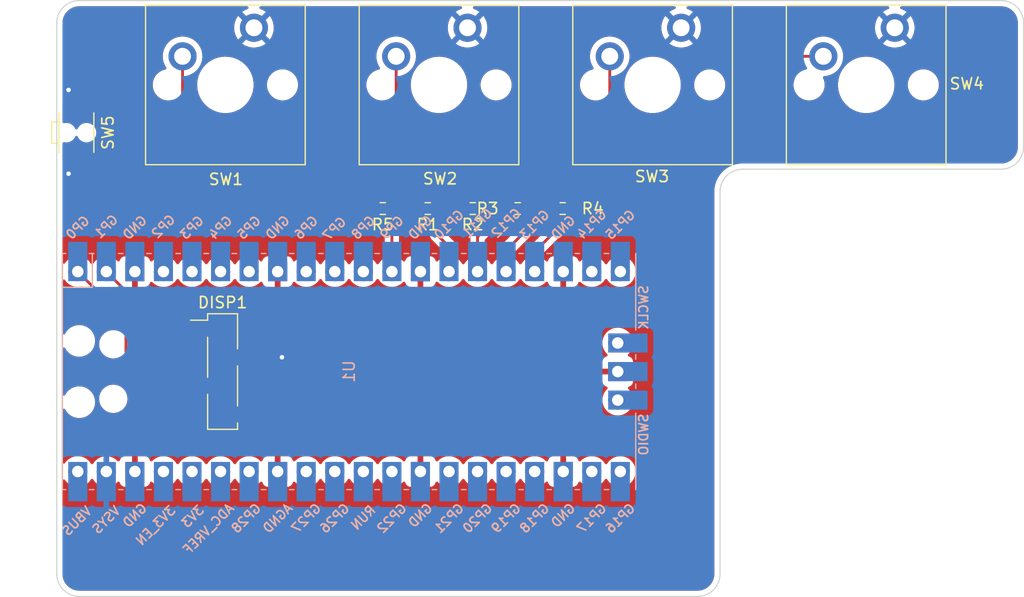
<source format=kicad_pcb>
(kicad_pcb (version 20211014) (generator pcbnew)
  (layers (0 "F.Cu" signal) (31 "B.Cu" signal) (34 "B.Paste" user) (35 "F.Paste" user) (36 "B.SilkS" user "B.Silkscreen") (37 "F.SilkS" user "F.Silkscreen") (38 "B.Mask" user) (39 "F.Mask" user) (44 "Edge.Cuts" user))
  (net 0 "")
  (net 1 "GND")
  (net 2 "+5V")
  (net 3 "/i2c0_sck")
  (net 4 "/i2c0_sda")
  (net 5 "/switch_1")
  (net 6 "/switch_2")
  (net 7 "/switch_3")
  (net 8 "/switch_4")
  (net 9 "/switch_config")
  (footprint "Resistor_SMD:R_0603_1608Metric" (layer "F.Cu") (at 137 65.5 180)
    (fp_text reference "R2" (at 0 -1.43) (layer "F.SilkS"))
    (fp_text value "4.7K")
    (fp_line (start -0.237258 0.5225) (end 0.237258 0.5225) (layer "F.SilkS") (width 0.12))
    (fp_line (start -0.237258 -0.5225) (end 0.237258 -0.5225) (layer "F.SilkS") (width 0.12))
    (pad "1" smd roundrect (at -0.825 0 180) (size 0.8 0.95) (layers "F.Cu" "F.Paste" "F.Mask") (net 6 "/switch_2"))
    (pad "2" smd roundrect (at 0.825 0 180) (size 0.8 0.95) (layers "F.Cu" "F.Paste" "F.Mask") (net 1 "GND"))
  )
  (footprint "Resistor_SMD:R_0603_1608Metric" (layer "F.Cu") (at 145 65.5)
    (fp_text reference "R4" (at 2.675 0) (layer "F.SilkS"))
    (fp_text value "4.7K")
    (fp_line (start -0.237258 0.5225) (end 0.237258 0.5225) (layer "F.SilkS") (width 0.12))
    (fp_line (start -0.237258 -0.5225) (end 0.237258 -0.5225) (layer "F.SilkS") (width 0.12))
    (pad "1" smd roundrect (at -0.825 0) (size 0.8 0.95) (layers "F.Cu" "F.Paste" "F.Mask") (net 8 "/switch_4"))
    (pad "2" smd roundrect (at 0.825 0) (size 0.8 0.95) (layers "F.Cu" "F.Paste" "F.Mask") (net 1 "GND"))
  )
  (footprint "Switch_Keyboard_Cherry_MX:SW_Cherry_MX_PCB" (layer "F.Cu") (at 134 54.5)
    (fp_text reference "SW2" (at 0.1 8.35) (layer "F.SilkS"))
    (fp_text value "CHERRY_MX")
    (fp_line (start 7.1 -7.1) (end -7.1 -7.1) (layer "F.SilkS") (width 0.12))
    (fp_line (start 7.1 7.1) (end 7.1 -7.1) (layer "F.SilkS") (width 0.12))
    (fp_line (start -7.1 -7.1) (end -7.1 7.1) (layer "F.SilkS") (width 0.12))
    (fp_line (start -7.1 7.1) (end 7.1 7.1) (layer "F.SilkS") (width 0.12))
    (pad "" np_thru_hole circle locked (at -5.08 0) (size 1.75 1.75) (drill 1.75) (layers *.Cu *.Mask))
    (pad "" np_thru_hole circle locked (at 0 0) (size 4 4) (drill 4) (layers *.Cu *.Mask))
    (pad "" np_thru_hole circle locked (at 5.08 0) (size 1.75 1.75) (drill 1.75) (layers *.Cu *.Mask))
    (pad "1" thru_hole circle locked (at -3.81 -2.54) (size 2.5 2.5) (drill 1.5) (layers *.Cu "B.Mask") (net 6 "/switch_2"))
    (pad "2" thru_hole circle locked (at 2.54 -5.08) (size 2.5 2.5) (drill 1.5) (layers *.Cu "B.Mask") (net 2 "+5V"))
  )
  (footprint "Switch_Keyboard_Cherry_MX:SW_Cherry_MX_PCB" (layer "F.Cu") (at 153 54.5)
    (fp_text reference "SW3" (at -0.05 8.15) (layer "F.SilkS"))
    (fp_text value "CHERRY_MX")
    (fp_line (start 7.1 -7.1) (end -7.1 -7.1) (layer "F.SilkS") (width 0.12))
    (fp_line (start -7.1 7.1) (end 7.1 7.1) (layer "F.SilkS") (width 0.12))
    (fp_line (start -7.1 -7.1) (end -7.1 7.1) (layer "F.SilkS") (width 0.12))
    (fp_line (start 7.1 7.1) (end 7.1 -7.1) (layer "F.SilkS") (width 0.12))
    (pad "" np_thru_hole circle locked (at -5.08 0) (size 1.75 1.75) (drill 1.75) (layers *.Cu *.Mask))
    (pad "" np_thru_hole circle locked (at 5.08 0) (size 1.75 1.75) (drill 1.75) (layers *.Cu *.Mask))
    (pad "" np_thru_hole circle locked (at 0 0) (size 4 4) (drill 4) (layers *.Cu *.Mask))
    (pad "1" thru_hole circle locked (at -3.81 -2.54) (size 2.5 2.5) (drill 1.5) (layers *.Cu "B.Mask") (net 7 "/switch_3"))
    (pad "2" thru_hole circle locked (at 2.54 -5.08) (size 2.5 2.5) (drill 1.5) (layers *.Cu "B.Mask") (net 2 "+5V"))
  )
  (footprint "Resistor_SMD:R_0603_1608Metric" (layer "F.Cu") (at 129 65.5 180)
    (fp_text reference "R5" (at 0 -1.43) (layer "F.SilkS"))
    (fp_text value "4.7K")
    (fp_line (start -0.237258 -0.5225) (end 0.237258 -0.5225) (layer "F.SilkS") (width 0.12))
    (fp_line (start -0.237258 0.5225) (end 0.237258 0.5225) (layer "F.SilkS") (width 0.12))
    (pad "1" smd roundrect (at -0.825 0 180) (size 0.8 0.95) (layers "F.Cu" "F.Paste" "F.Mask") (net 9 "/switch_config"))
    (pad "2" smd roundrect (at 0.825 0 180) (size 0.8 0.95) (layers "F.Cu" "F.Paste" "F.Mask") (net 1 "GND"))
  )
  (footprint "Switch_Keyboard_Cherry_MX:SW_Cherry_MX_PCB" (layer "F.Cu") (at 172 54.5)
    (fp_text reference "SW4" (at 8.95 -0.1) (layer "F.SilkS"))
    (fp_text value "CHERRY_MX")
    (fp_line (start 7.1 -7.1) (end -7.1 -7.1) (layer "F.SilkS") (width 0.12))
    (fp_line (start -7.1 7.1) (end 7.1 7.1) (layer "F.SilkS") (width 0.12))
    (fp_line (start 7.1 7.1) (end 7.1 -7.1) (layer "F.SilkS") (width 0.12))
    (fp_line (start -7.1 -7.1) (end -7.1 7.1) (layer "F.SilkS") (width 0.12))
    (pad "" np_thru_hole circle locked (at 5.08 0) (size 1.75 1.75) (drill 1.75) (layers *.Cu *.Mask))
    (pad "" np_thru_hole circle locked (at -5.08 0) (size 1.75 1.75) (drill 1.75) (layers *.Cu *.Mask))
    (pad "" np_thru_hole circle locked (at 0 0) (size 4 4) (drill 4) (layers *.Cu *.Mask))
    (pad "1" thru_hole circle locked (at -3.81 -2.54) (size 2.5 2.5) (drill 1.5) (layers *.Cu "B.Mask") (net 8 "/switch_4"))
    (pad "2" thru_hole circle locked (at 2.54 -5.08) (size 2.5 2.5) (drill 1.5) (layers *.Cu "B.Mask") (net 2 "+5V"))
  )
  (footprint "Connector_PinHeader_2.54mm:PinHeader_1x04_P2.54mm_Vertical_SMD_Pin1Left" (layer "F.Cu") (at 114.75 80)
    (fp_text reference "DISP1" (at 0 -6.14) (layer "F.SilkS"))
    (fp_text value "OLED_128X32_I2C")
    (fp_line (start 1.33 -0.51) (end 1.33 3.05) (layer "F.SilkS") (width 0.12))
    (fp_line (start -1.33 -5.14) (end -1.33 -4.57) (layer "F.SilkS") (width 0.12))
    (fp_line (start 1.33 4.57) (end 1.33 5.14) (layer "F.SilkS") (width 0.12))
    (fp_line (start -1.33 -4.57) (end -2.85 -4.57) (layer "F.SilkS") (width 0.12))
    (fp_line (start -1.33 5.14) (end 1.33 5.14) (layer "F.SilkS") (width 0.12))
    (fp_line (start 1.33 -5.14) (end 1.33 -2.03) (layer "F.SilkS") (width 0.12))
    (fp_line (start -1.33 2.03) (end -1.33 5.14) (layer "F.SilkS") (width 0.12))
    (fp_line (start -1.33 -5.14) (end 1.33 -5.14) (layer "F.SilkS") (width 0.12))
    (fp_line (start -1.33 -3.05) (end -1.33 0.51) (layer "F.SilkS") (width 0.12))
    (pad "1" smd rect (at -1.655 -3.81) (size 2.51 1) (layers "F.Cu" "F.Paste" "F.Mask") (net 1 "GND"))
    (pad "2" smd rect (at 1.655 -1.27) (size 2.51 1) (layers "F.Cu" "F.Paste" "F.Mask") (net 2 "+5V"))
    (pad "3" smd rect (at -1.655 1.27) (size 2.51 1) (layers "F.Cu" "F.Paste" "F.Mask") (net 3 "/i2c0_sck"))
    (pad "4" smd rect (at 1.655 3.81) (size 2.51 1) (layers "F.Cu" "F.Paste" "F.Mask") (net 4 "/i2c0_sda"))
  )
  (footprint "Switch_Keyboard_Cherry_MX:SW_Cherry_MX_PCB" (layer "F.Cu") (at 115 54.5)
    (fp_text reference "SW1" (at 0.05 8.4) (layer "F.SilkS"))
    (fp_text value "CHERRY_MX")
    (fp_line (start -7.1 -7.1) (end -7.1 7.1) (layer "F.SilkS") (width 0.12))
    (fp_line (start -7.1 7.1) (end 7.1 7.1) (layer "F.SilkS") (width 0.12))
    (fp_line (start 7.1 -7.1) (end -7.1 -7.1) (layer "F.SilkS") (width 0.12))
    (fp_line (start 7.1 7.1) (end 7.1 -7.1) (layer "F.SilkS") (width 0.12))
    (pad "" np_thru_hole circle locked (at -5.08 0) (size 1.75 1.75) (drill 1.75) (layers *.Cu *.Mask))
    (pad "" np_thru_hole circle locked (at 0 0) (size 4 4) (drill 4) (layers *.Cu *.Mask))
    (pad "" np_thru_hole circle locked (at 5.08 0) (size 1.75 1.75) (drill 1.75) (layers *.Cu *.Mask))
    (pad "1" thru_hole circle locked (at -3.81 -2.54) (size 2.5 2.5) (drill 1.5) (layers *.Cu "B.Mask") (net 5 "/switch_1"))
    (pad "2" thru_hole circle locked (at 2.54 -5.08) (size 2.5 2.5) (drill 1.5) (layers *.Cu "B.Mask") (net 2 "+5V"))
  )
  (footprint "Resistor_SMD:R_0603_1608Metric" (layer "F.Cu") (at 141 65.5 180)
    (fp_text reference "R3" (at 2.675 0) (layer "F.SilkS"))
    (fp_text value "4.7K")
    (fp_line (start -0.237258 0.5225) (end 0.237258 0.5225) (layer "F.SilkS") (width 0.12))
    (fp_line (start -0.237258 -0.5225) (end 0.237258 -0.5225) (layer "F.SilkS") (width 0.12))
    (pad "1" smd roundrect (at -0.825 0 180) (size 0.8 0.95) (layers "F.Cu" "F.Paste" "F.Mask") (net 7 "/switch_3"))
    (pad "2" smd roundrect (at 0.825 0 180) (size 0.8 0.95) (layers "F.Cu" "F.Paste" "F.Mask") (net 1 "GND"))
  )
  (footprint "macro_keypad:SW_SPST_EVQP7C" (layer "F.Cu") (at 101.75 58.75 -90)
    (fp_text reference "SW5" (at 0 -2.8 -90) (layer "F.SilkS"))
    (fp_text value "EQVP7C")
    (fp_line (start 1.75 1.55) (end -1.75 1.55) (layer "F.SilkS") (width 0.12))
    (fp_line (start 0.95 1.55) (end 0.95 2.2) (layer "F.SilkS") (width 0.12))
    (fp_line (start -1.75 -1.55) (end 1.75 -1.55) (layer "F.SilkS") (width 0.12))
    (fp_line (start 0.95 2.2) (end -0.95 2.2) (layer "F.SilkS") (width 0.12))
    (fp_line (start -0.95 2.2) (end -0.95 1.55) (layer "F.SilkS") (width 0.12))
    (pad "" np_thru_hole circle (at 0 0.9 270) (size 0.7 0.7) (drill 0.7) (layers *.Cu *.Mask))
    (pad "" np_thru_hole circle (at 0 -0.9 270) (size 0.7 0.7) (drill 0.7) (layers *.Cu *.Mask))
    (pad "1" smd rect (at -1.8 -0.72 270) (size 1.4 1.05) (layers "F.Cu" "F.Paste" "F.Mask") (net 9 "/switch_config"))
    (pad "1" smd rect (at 1.8 -0.72 270) (size 1.4 1.05) (layers "F.Cu" "F.Paste" "F.Mask") (net 9 "/switch_config"))
    (pad "2" smd rect (at -1.8 0.72 270) (size 1.4 1.05) (layers "F.Cu" "F.Paste" "F.Mask") (net 2 "+5V"))
    (pad "2" smd rect (at 1.8 0.72 270) (size 1.4 1.05) (layers "F.Cu" "F.Paste" "F.Mask") (net 2 "+5V"))
  )
  (footprint "Resistor_SMD:R_0603_1608Metric" (layer "F.Cu") (at 133 65.5 180)
    (fp_text reference "R1" (at 0 -1.43) (layer "F.SilkS"))
    (fp_text value "4.7K")
    (fp_line (start -0.237258 0.5225) (end 0.237258 0.5225) (layer "F.SilkS") (width 0.12))
    (fp_line (start -0.237258 -0.5225) (end 0.237258 -0.5225) (layer "F.SilkS") (width 0.12))
    (pad "1" smd roundrect (at -0.825 0 180) (size 0.8 0.95) (layers "F.Cu" "F.Paste" "F.Mask") (net 5 "/switch_1"))
    (pad "2" smd roundrect (at 0.825 0 180) (size 0.8 0.95) (layers "F.Cu" "F.Paste" "F.Mask") (net 1 "GND"))
  )
  (footprint "MCU_RaspberryPi_and_Boards:RPi_Pico_SMD_TH" (layer "B.Cu") (at 126 80 -90)
    (fp_text reference "U1" (at 0 0 90) (layer "B.SilkS") (effects (justify mirror)))
    (fp_text value "Pico")
    (fp_text user "GP5" (at -12.8 8.89 45) (layer "B.SilkS") (effects (font (size 0.8 0.8)) (justify mirror)))
    (fp_text user "GP2" (at -12.9 16.51 45) (layer "B.SilkS") (effects (font (size 0.8 0.8)) (justify mirror)))
    (fp_text user "GP16" (at 13.054 -24.13 45) (layer "B.SilkS") (effects (font (size 0.8 0.8)) (justify mirror)))
    (fp_text user "GP21" (at 13.054 -8.9 45) (layer "B.SilkS") (effects (font (size 0.8 0.8)) (justify mirror)))
    (fp_text user "GP22" (at 13.054 -3.81 45) (layer "B.SilkS") (effects (font (size 0.8 0.8)) (justify mirror)))
    (fp_text user "GP15" (at -13.054 -24.13 45) (layer "B.SilkS") (effects (font (size 0.8 0.8)) (justify mirror)))
    (fp_text user "VSYS" (at 13.2 21.59 45) (layer "B.SilkS") (effects (font (size 0.8 0.8)) (justify mirror)))
    (fp_text user "GND" (at 12.8 -6.35 45) (layer "B.SilkS") (effects (font (size 0.8 0.8)) (justify mirror)))
    (fp_text user "GP13" (at -13.054 -16.51 45) (layer "B.SilkS") (effects (font (size 0.8 0.8)) (justify mirror)))
    (fp_text user "GP6" (at -12.8 3.81 45) (layer "B.SilkS") (effects (font (size 0.8 0.8)) (justify mirror)))
    (fp_text user "GP20" (at 13.054 -11.43 45) (layer "B.SilkS") (effects (font (size 0.8 0.8)) (justify mirror)))
    (fp_text user "SWCLK" (at -5.7 -26.2 90) (layer "B.SilkS") (effects (font (size 0.8 0.8)) (justify mirror)))
    (fp_text user "GP9" (at -12.8 -3.81 45) (layer "B.SilkS") (effects (font (size 0.8 0.8)) (justify mirror)))
    (fp_text user "GND" (at 12.8 -19.05 45) (layer "B.SilkS") (effects (font (size 0.8 0.8)) (justify mirror)))
    (fp_text user "AGND" (at 13.054 6.35 45) (layer "B.SilkS") (effects (font (size 0.8 0.8)) (justify mirror)))
    (fp_text user "GP28" (at 13.054 9.144 45) (layer "B.SilkS") (effects (font (size 0.8 0.8)) (justify mirror)))
    (fp_text user "GP1" (at -12.9 21.6 45) (layer "B.SilkS") (effects (font (size 0.8 0.8)) (justify mirror)))
    (fp_text user "GP7" (at -12.7 1.3 45) (layer "B.SilkS") (effects (font (size 0.8 0.8)) (justify mirror)))
    (fp_text user "GP14" (at -13.1 -21.59 45) (layer "B.SilkS") (effects (font (size 0.8 0.8)) (justify mirror)))
    (fp_text user "GND" (at -12.8 6.35 45) (layer "B.SilkS") (effects (font (size 0.8 0.8)) (justify mirror)))
    (fp_text user "GP12" (at -13.2 -13.97 45) (layer "B.SilkS") (effects (font (size 0.8 0.8)) (justify mirror)))
    (fp_text user "GP10" (at -13.054 -8.89 45) (layer "B.SilkS") (effects (font (size 0.8 0.8)) (justify mirror)))
    (fp_text user "GP27" (at 13.054 3.8 45) (layer "B.SilkS") (effects (font (size 0.8 0.8)) (justify mirror)))
    (fp_text user "3V3_EN" (at 13.7 17.2 45) (layer "B.SilkS") (effects (font (size 0.8 0.8)) (justify mirror)))
    (fp_text user "GND" (at -12.8 19.05 45) (layer "B.SilkS") (effects (font (size 0.8 0.8)) (justify mirror)))
    (fp_text user "GP0" (at -12.8 24.13 45) (layer "B.SilkS") (effects (font (size 0.8 0.8)) (justify mirror)))
    (fp_text user "GND" (at -12.8 -19.05 45) (layer "B.SilkS") (effects (font (size 0.8 0.8)) (justify mirror)))
    (fp_text user "SWDIO" (at 5.6 -26.2 90) (layer "B.SilkS") (effects (font (size 0.8 0.8)) (justify mirror)))
    (fp_text user "RUN" (at 13 -1.27 45) (layer "B.SilkS") (effects (font (size 0.8 0.8)) (justify mirror)))
    (fp_text user "VBUS" (at 13.3 24.2 45) (layer "B.SilkS") (effects (font (size 0.8 0.8)) (justify mirror)))
    (fp_text user "GP26" (at 13.054 1.27 45) (layer "B.SilkS") (effects (font (size 0.8 0.8)) (justify mirror)))
    (fp_text user "ADC_VREF" (at 14 12.5 45) (layer "B.SilkS") (effects (font (size 0.8 0.8)) (justify mirror)))
    (fp_text user "GND" (at -12.8 -6.35 45) (layer "B.SilkS") (effects (font (size 0.8 0.8)) (justify mirror)))
    (fp_text user "GP8" (at -12.8 -1.27 45) (layer "B.SilkS") (effects (font (size 0.8 0.8)) (justify mirror)))
    (fp_text user "GP18" (at 13.054 -16.51 45) (layer "B.SilkS") (effects (font (size 0.8 0.8)) (justify mirror)))
    (fp_text user "GND" (at 12.8 19.05 45) (layer "B.SilkS") (effects (font (size 0.8 0.8)) (justify mirror)))
    (fp_text user "GP4" (at -12.8 11.43 45) (layer "B.SilkS") (effects (font (size 0.8 0.8)) (justify mirror)))
    (fp_text user "3V3" (at 12.9 13.9 45) (layer "B.SilkS") (effects (font (size 0.8 0.8)) (justify mirror)))
    (fp_text user "GP19" (at 13.054 -13.97 45) (layer "B.SilkS") (effects (font (size 0.8 0.8)) (justify mirror)))
    (fp_text user "GP3" (at -12.8 13.97 45) (layer "B.SilkS") (effects (font (size 0.8 0.8)) (justify mirror)))
    (fp_text user "GP11" (at -13.2 -11.43 45) (layer "B.SilkS") (effects (font (size 0.8 0.8)) (justify mirror)))
    (fp_text user "GP17" (at 13.054 -21.59 45) (layer "B.SilkS") (effects (font (size 0.8 0.8)) (justify mirror)))
    (fp_line (start -10.5 15.4) (end -10.5 15) (layer "B.SilkS") (width 0.12))
    (fp_line (start -10.5 10.4) (end -10.5 10) (layer "B.SilkS") (width 0.12))
    (fp_line (start 10.5 -4.9) (end 10.5 -5.3) (layer "B.SilkS") (width 0.12))
    (fp_line (start -10.5 -12.5) (end -10.5 -12.9) (layer "B.SilkS") (width 0.12))
    (fp_line (start 10.5 -10) (end 10.5 -10.4) (layer "B.SilkS") (width 0.12))
    (fp_line (start 10.5 20.5) (end 10.5 20.1) (layer "B.SilkS") (width 0.12))
    (fp_line (start -10.5 18) (end -10.5 17.6) (layer "B.SilkS") (width 0.12))
    (fp_line (start -10.5 0.2) (end -10.5 -0.2) (layer "B.SilkS") (width 0.12))
    (fp_line (start -10.5 -7.4) (end -10.5 -7.8) (layer "B.SilkS") (width 0.12))
    (fp_line (start -10.5 -17.6) (end -10.5 -18) (layer "B.SilkS") (width 0.12))
    (fp_line (start -10.5 -15.1) (end -10.5 -15.5) (layer "B.SilkS") (width 0.12))
    (fp_line (start -1.5 -25.5) (end -1.1 -25.5) (layer "B.SilkS") (width 0.12))
    (fp_line (start -10.5 25.5) (end -10.5 25.2) (layer "B.SilkS") (width 0.12))
    (fp_line (start 10.5 2.7) (end 10.5 2.3) (layer "B.SilkS") (width 0.12))
    (fp_line (start 10.5 12.9) (end 10.5 12.5) (layer "B.SilkS") (width 0.12))
    (fp_line (start 10.5 -12.5) (end 10.5 -12.9) (layer "B.SilkS") (width 0.12))
    (fp_line (start 10.5 -7.4) (end 10.5 -7.8) (layer "B.SilkS") (width 0.12))
    (fp_line (start -7.493 22.833) (end -7.493 25.5) (layer "B.SilkS") (width 0.12))
    (fp_line (start -10.5 -10) (end -10.5 -10.4) (layer "B.SilkS") (width 0.12))
    (fp_line (start 10.5 0.2) (end 10.5 -0.2) (layer "B.SilkS") (width 0.12))
    (fp_line (start 10.5 -25.5) (end 3.7 -25.5) (layer "B.SilkS") (width 0.12))
    (fp_line (start -10.5 7.8) (end -10.5 7.4) (layer "B.SilkS") (width 0.12))
    (fp_line (start -10.5 2.7) (end -10.5 2.3) (layer "B.SilkS") (width 0.12))
    (fp_line (start 1.1 -25.5) (end 1.5 -25.5) (layer "B.SilkS") (width 0.12))
    (fp_line (start 10.5 18) (end 10.5 17.6) (layer "B.SilkS") (width 0.12))
    (fp_line (start 10.5 5.3) (end 10.5 4.9) (layer "B.SilkS") (width 0.12))
    (fp_line (start 10.5 -22.7) (end 10.5 -23.1) (layer "B.SilkS") (width 0.12))
    (fp_line (start -10.5 23.1) (end -10.5 22.7) (layer "B.SilkS") (width 0.12))
    (fp_line (start 10.5 -15.1) (end 10.5 -15.5) (layer "B.SilkS") (width 0.12))
    (fp_line (start 10.5 -17.6) (end 10.5 -18) (layer "B.SilkS") (width 0.12))
    (fp_line (start 10.5 10.4) (end 10.5 10) (layer "B.SilkS") (width 0.12))
    (fp_line (start -3.7 -25.5) (end -10.5 -25.5) (layer "B.SilkS") (width 0.12))
    (fp_line (start -10.5 -2.3) (end -10.5 -2.7) (layer "B.SilkS") (width 0.12))
    (fp_line (start -10.5 22.833) (end -7.493 22.833) (layer "B.SilkS") (width 0.12))
    (fp_line (start 10.5 23.1) (end 10.5 22.7) (layer "B.SilkS") (width 0.12))
    (fp_line (start 10.5 -2.3) (end 10.5 -2.7) (layer "B.SilkS") (width 0.12))
    (fp_line (start 10.5 7.8) (end 10.5 7.4) (layer "B.SilkS") (width 0.12))
    (fp_line (start -10.5 25.5) (end 10.5 25.5) (layer "B.SilkS") (width 0.12))
    (fp_line (start 10.5 25.5) (end 10.5 25.2) (layer "B.SilkS") (width 0.12))
    (fp_line (start -10.5 5.3) (end -10.5 4.9) (layer "B.SilkS") (width 0.12))
    (fp_line (start 10.5 15.4) (end 10.5 15) (layer "B.SilkS") (width 0.12))
    (fp_line (start -10.5 -4.9) (end -10.5 -5.3) (layer "B.SilkS") (width 0.12))
    (fp_line (start 10.5 -20.1) (end 10.5 -20.5) (layer "B.SilkS") (width 0.12))
    (fp_line (start -10.5 20.5) (end -10.5 20.1) (layer "B.SilkS") (width 0.12))
    (fp_line (start -10.5 -22.7) (end -10.5 -23.1) (layer "B.SilkS") (width 0.12))
    (fp_line (start -10.5 -20.1) (end -10.5 -20.5) (layer "B.SilkS") (width 0.12))
    (fp_line (start -10.5 12.9) (end -10.5 12.5) (layer "B.SilkS") (width 0.12))
    (pad "" np_thru_hole oval (at -2.725 24 270) (size 1.8 1.8) (drill 1.8) (layers *.Cu *.Mask))
    (pad "" np_thru_hole oval (at -2.425 20.97 270) (size 1.5 1.5) (drill 1.5) (layers *.Cu *.Mask))
    (pad "" np_thru_hole oval (at 2.425 20.97 270) (size 1.5 1.5) (drill 1.5) (layers *.Cu *.Mask))
    (pad "" np_thru_hole oval (at 2.725 24 270) (size 1.8 1.8) (drill 1.8) (layers *.Cu *.Mask))
    (pad "1" smd rect (at -8.89 24.13 270) (size 3.5 1.7) (drill (offset -0.9 0)) (layers "B.Cu" "B.Mask") (net 4 "/i2c0_sda"))
    (pad "1" thru_hole oval (at -8.89 24.13 270) (size 1.7 1.7) (drill 1.02) (layers *.Cu *.Mask) (net 4 "/i2c0_sda"))
    (pad "2" smd rect (at -8.89 21.59 270) (size 3.5 1.7) (drill (offset -0.9 0)) (layers "B.Cu" "B.Mask") (net 3 "/i2c0_sck"))
    (pad "2" thru_hole oval (at -8.89 21.59 270) (size 1.7 1.7) (drill 1.02) (layers *.Cu *.Mask) (net 3 "/i2c0_sck"))
    (pad "3" thru_hole rect (at -8.89 19.05 270) (size 1.7 1.7) (drill 1.02) (layers *.Cu *.Mask) (net 1 "GND"))
    (pad "3" smd rect (at -8.89 19.05 270) (size 3.5 1.7) (drill (offset -0.9 0)) (layers "B.Cu" "B.Mask") (net 1 "GND"))
    (pad "4" thru_hole oval (at -8.89 16.51 270) (size 1.7 1.7) (drill 1.02) (layers *.Cu *.Mask))
    (pad "4" smd rect (at -8.89 16.51 270) (size 3.5 1.7) (drill (offset -0.9 0)) (layers "B.Cu" "B.Mask"))
    (pad "5" smd rect (at -8.89 13.97 270) (size 3.5 1.7) (drill (offset -0.9 0)) (layers "B.Cu" "B.Mask"))
    (pad "5" thru_hole oval (at -8.89 13.97 270) (size 1.7 1.7) (drill 1.02) (layers *.Cu *.Mask))
    (pad "6" thru_hole oval (at -8.89 11.43 270) (size 1.7 1.7) (drill 1.02) (layers *.Cu *.Mask))
    (pad "6" smd rect (at -8.89 11.43 270) (size 3.5 1.7) (drill (offset -0.9 0)) (layers "B.Cu" "B.Mask"))
    (pad "7" smd rect (at -8.89 8.89 270) (size 3.5 1.7) (drill (offset -0.9 0)) (layers "B.Cu" "B.Mask"))
    (pad "7" thru_hole oval (at -8.89 8.89 270) (size 1.7 1.7) (drill 1.02) (layers *.Cu *.Mask))
    (pad "8" thru_hole rect (at -8.89 6.35 270) (size 1.7 1.7) (drill 1.02) (layers *.Cu *.Mask) (net 1 "GND"))
    (pad "8" smd rect (at -8.89 6.35 270) (size 3.5 1.7) (drill (offset -0.9 0)) (layers "B.Cu" "B.Mask") (net 1 "GND"))
    (pad "9" thru_hole oval (at -8.89 3.81 270) (size 1.7 1.7) (drill 1.02) (layers *.Cu *.Mask))
    (pad "9" smd rect (at -8.89 3.81 270) (size 3.5 1.7) (drill (offset -0.9 0)) (layers "B.Cu" "B.Mask"))
    (pad "10" smd rect (at -8.89 1.27 270) (size 3.5 1.7) (drill (offset -0.9 0)) (layers "B.Cu" "B.Mask"))
    (pad "10" thru_hole oval (at -8.89 1.27 270) (size 1.7 1.7) (drill 1.02) (layers *.Cu *.Mask))
    (pad "11" thru_hole oval (at -8.89 -1.27 270) (size 1.7 1.7) (drill 1.02) (layers *.Cu *.Mask))
    (pad "11" smd rect (at -8.89 -1.27 270) (size 3.5 1.7) (drill (offset -0.9 0)) (layers "B.Cu" "B.Mask"))
    (pad "12" smd rect (at -8.89 -3.81 270) (size 3.5 1.7) (drill (offset -0.9 0)) (layers "B.Cu" "B.Mask") (net 9 "/switch_config"))
    (pad "12" thru_hole oval (at -8.89 -3.81 270) (size 1.7 1.7) (drill 1.02) (layers *.Cu *.Mask) (net 9 "/switch_config"))
    (pad "13" smd rect (at -8.89 -6.35 270) (size 3.5 1.7) (drill (offset -0.9 0)) (layers "B.Cu" "B.Mask") (net 1 "GND"))
    (pad "13" thru_hole rect (at -8.89 -6.35 270) (size 1.7 1.7) (drill 1.02) (layers *.Cu *.Mask) (net 1 "GND"))
    (pad "14" smd rect (at -8.89 -8.89 270) (size 3.5 1.7) (drill (offset -0.9 0)) (layers "B.Cu" "B.Mask") (net 5 "/switch_1"))
    (pad "14" thru_hole oval (at -8.89 -8.89 270) (size 1.7 1.7) (drill 1.02) (layers *.Cu *.Mask) (net 5 "/switch_1"))
    (pad "15" thru_hole oval (at -8.89 -11.43 270) (size 1.7 1.7) (drill 1.02) (layers *.Cu *.Mask) (net 6 "/switch_2"))
    (pad "15" smd rect (at -8.89 -11.43 270) (size 3.5 1.7) (drill (offset -0.9 0)) (layers "B.Cu" "B.Mask") (net 6 "/switch_2"))
    (pad "16" smd rect (at -8.89 -13.97 270) (size 3.5 1.7) (drill (offset -0.9 0)) (layers "B.Cu" "B.Mask") (net 7 "/switch_3"))
    (pad "16" thru_hole oval (at -8.89 -13.97 270) (size 1.7 1.7) (drill 1.02) (layers *.Cu *.Mask) (net 7 "/switch_3"))
    (pad "17" thru_hole oval (at -8.89 -16.51 270) (size 1.7 1.7) (drill 1.02) (layers *.Cu *.Mask) (net 8 "/switch_4"))
    (pad "17" smd rect (at -8.89 -16.51 270) (size 3.5 1.7) (drill (offset -0.9 0)) (layers "B.Cu" "B.Mask") (net 8 "/switch_4"))
    (pad "18" smd rect (at -8.89 -19.05 270) (size 3.5 1.7) (drill (offset -0.9 0)) (layers "B.Cu" "B.Mask") (net 1 "GND"))
    (pad "18" thru_hole rect (at -8.89 -19.05 270) (size 1.7 1.7) (drill 1.02) (layers *.Cu *.Mask) (net 1 "GND"))
    (pad "19" thru_hole oval (at -8.89 -21.59 270) (size 1.7 1.7) (drill 1.02) (layers *.Cu *.Mask))
    (pad "19" smd rect (at -8.89 -21.59 270) (size 3.5 1.7) (drill (offset -0.9 0)) (layers "B.Cu" "B.Mask"))
    (pad "20" thru_hole oval (at -8.89 -24.13 270) (size 1.7 1.7) (drill 1.02) (layers *.Cu *.Mask))
    (pad "20" smd rect (at -8.89 -24.13 270) (size 3.5 1.7) (drill (offset -0.9 0)) (layers "B.Cu" "B.Mask"))
    (pad "21" thru_hole oval (at 8.89 -24.13 270) (size 1.7 1.7) (drill 1.02) (layers *.Cu *.Mask))
    (pad "21" smd rect (at 8.89 -24.13 270) (size 3.5 1.7) (drill (offset 0.9 0)) (layers "B.Cu" "B.Mask"))
    (pad "22" smd rect (at 8.89 -21.59 270) (size 3.5 1.7) (drill (offset 0.9 0)) (layers "B.Cu" "B.Mask"))
    (pad "22" thru_hole oval (at 8.89 -21.59 270) (size 1.7 1.7) (drill 1.02) (layers *.Cu *.Mask))
    (pad "23" thru_hole rect (at 8.89 -19.05 270) (size 1.7 1.7) (drill 1.02) (layers *.Cu *.Mask) (net 1 "GND"))
    (pad "23" smd rect (at 8.89 -19.05 270) (size 3.5 1.7) (drill (offset 0.9 0)) (layers "B.Cu" "B.Mask") (net 1 "GND"))
    (pad "24" smd rect (at 8.89 -16.51 270) (size 3.5 1.7) (drill (offset 0.9 0)) (layers "B.Cu" "B.Mask"))
    (pad "24" thru_hole oval (at 8.89 -16.51 270) (size 1.7 1.7) (drill 1.02) (layers *.Cu *.Mask))
    (pad "25" smd rect (at 8.89 -13.97 270) (size 3.5 1.7) (drill (offset 0.9 0)) (layers "B.Cu" "B.Mask"))
    (pad "25" thru_hole oval (at 8.89 -13.97 270) (size 1.7 1.7) (drill 1.02) (layers *.Cu *.Mask))
    (pad "26" thru_hole oval (at 8.89 -11.43 270) (size 1.7 1.7) (drill 1.02) (layers *.Cu *.Mask))
    (pad "26" smd rect (at 8.89 -11.43 270) (size 3.5 1.7) (drill (offset 0.9 0)) (layers "B.Cu" "B.Mask"))
    (pad "27" smd rect (at 8.89 -8.89 270) (size 3.5 1.7) (drill (offset 0.9 0)) (layers "B.Cu" "B.Mask"))
    (pad "27" thru_hole oval (at 8.89 -8.89 270) (size 1.7 1.7) (drill 1.02) (layers *.Cu *.Mask))
    (pad "28" smd rect (at 8.89 -6.35 270) (size 3.5 1.7) (drill (offset 0.9 0)) (layers "B.Cu" "B.Mask") (net 1 "GND"))
    (pad "28" thru_hole rect (at 8.89 -6.35 270) (size 1.7 1.7) (drill 1.02) (layers *.Cu *.Mask) (net 1 "GND"))
    (pad "29" smd rect (at 8.89 -3.81 270) (size 3.5 1.7) (drill (offset 0.9 0)) (layers "B.Cu" "B.Mask"))
    (pad "29" thru_hole oval (at 8.89 -3.81 270) (size 1.7 1.7) (drill 1.02) (layers *.Cu *.Mask))
    (pad "30" thru_hole oval (at 8.89 -1.27 270) (size 1.7 1.7) (drill 1.02) (layers *.Cu *.Mask))
    (pad "30" smd rect (at 8.89 -1.27 270) (size 3.5 1.7) (drill (offset 0.9 0)) (layers "B.Cu" "B.Mask"))
    (pad "31" smd rect (at 8.89 1.27 270) (size 3.5 1.7) (drill (offset 0.9 0)) (layers "B.Cu" "B.Mask"))
    (pad "31" thru_hole oval (at 8.89 1.27 270) (size 1.7 1.7) (drill 1.02) (layers *.Cu *.Mask))
    (pad "32" smd rect (at 8.89 3.81 270) (size 3.5 1.7) (drill (offset 0.9 0)) (layers "B.Cu" "B.Mask"))
    (pad "32" thru_hole oval (at 8.89 3.81 270) (size 1.7 1.7) (drill 1.02) (layers *.Cu *.Mask))
    (pad "33" smd rect (at 8.89 6.35 270) (size 3.5 1.7) (drill (offset 0.9 0)) (layers "B.Cu" "B.Mask") (net 1 "GND"))
    (pad "33" thru_hole rect (at 8.89 6.35 270) (size 1.7 1.7) (drill 1.02) (layers *.Cu *.Mask) (net 1 "GND"))
    (pad "34" smd rect (at 8.89 8.89 270) (size 3.5 1.7) (drill (offset 0.9 0)) (layers "B.Cu" "B.Mask"))
    (pad "34" thru_hole oval (at 8.89 8.89 270) (size 1.7 1.7) (drill 1.02) (layers *.Cu *.Mask))
    (pad "35" thru_hole oval (at 8.89 11.43 270) (size 1.7 1.7) (drill 1.02) (layers *.Cu *.Mask))
    (pad "35" smd rect (at 8.89 11.43 270) (size 3.5 1.7) (drill (offset 0.9 0)) (layers "B.Cu" "B.Mask"))
    (pad "36" smd rect (at 8.89 13.97 270) (size 3.5 1.7) (drill (offset 0.9 0)) (layers "B.Cu" "B.Mask"))
    (pad "36" thru_hole oval (at 8.89 13.97 270) (size 1.7 1.7) (drill 1.02) (layers *.Cu *.Mask))
    (pad "37" thru_hole oval (at 8.89 16.51 270) (size 1.7 1.7) (drill 1.02) (layers *.Cu *.Mask))
    (pad "37" smd rect (at 8.89 16.51 270) (size 3.5 1.7) (drill (offset 0.9 0)) (layers "B.Cu" "B.Mask"))
    (pad "38" thru_hole rect (at 8.89 19.05 270) (size 1.7 1.7) (drill 1.02) (layers *.Cu *.Mask) (net 1 "GND"))
    (pad "38" smd rect (at 8.89 19.05 270) (size 3.5 1.7) (drill (offset 0.9 0)) (layers "B.Cu" "B.Mask") (net 1 "GND"))
    (pad "39" smd rect (at 8.89 21.59 270) (size 3.5 1.7) (drill (offset 0.9 0)) (layers "B.Cu" "B.Mask") (net 2 "+5V"))
    (pad "39" thru_hole oval (at 8.89 21.59 270) (size 1.7 1.7) (drill 1.02) (layers *.Cu *.Mask) (net 2 "+5V"))
    (pad "40" thru_hole oval (at 8.89 24.13 270) (size 1.7 1.7) (drill 1.02) (layers *.Cu *.Mask))
    (pad "40" smd rect (at 8.89 24.13 270) (size 3.5 1.7) (drill (offset 0.9 0)) (layers "B.Cu" "B.Mask"))
    (pad "41" smd rect (at -2.54 -23.9 180) (size 3.5 1.7) (drill (offset -0.9 0)) (layers "B.Cu" "B.Mask"))
    (pad "41" thru_hole oval (at -2.54 -23.9 270) (size 1.7 1.7) (drill 1.02) (layers *.Cu *.Mask))
    (pad "42" smd rect (at 0 -23.9 180) (size 3.5 1.7) (drill (offset -0.9 0)) (layers "B.Cu" "B.Mask") (net 1 "GND"))
    (pad "42" thru_hole rect (at 0 -23.9 270) (size 1.7 1.7) (drill 1.02) (layers *.Cu *.Mask) (net 1 "GND"))
    (pad "43" thru_hole oval (at 2.54 -23.9 270) (size 1.7 1.7) (drill 1.02) (layers *.Cu *.Mask))
    (pad "43" smd rect (at 2.54 -23.9 180) (size 3.5 1.7) (drill (offset -0.9 0)) (layers "B.Cu" "B.Mask"))
  )
  (gr_line (start 102 47) (end 184 47) (layer "Edge.Cuts") (width 0.1))
  (gr_line (start 102 100) (end 157 100) (layer "Edge.Cuts") (width 0.1))
  (gr_arc (start 100 49) (mid 100.585786 47.585786) (end 102 47) (layer "Edge.Cuts") (width 0.1))
  (gr_line (start 159 98) (end 159 64) (layer "Edge.Cuts") (width 0.1))
  (gr_arc (start 159 98) (mid 158.414214 99.414214) (end 157 100) (layer "Edge.Cuts") (width 0.1))
  (gr_arc (start 186 60) (mid 185.414214 61.414214) (end 184 62) (layer "Edge.Cuts") (width 0.1))
  (gr_line (start 184 62) (end 161 62) (layer "Edge.Cuts") (width 0.1))
  (gr_arc (start 102 100) (mid 100.585786 99.414214) (end 100 98) (layer "Edge.Cuts") (width 0.1))
  (gr_line (start 186 49) (end 186 60) (layer "Edge.Cuts") (width 0.1))
  (gr_arc (start 184 47) (mid 185.414214 47.585786) (end 186 49) (layer "Edge.Cuts") (width 0.1))
  (gr_line (start 100 49) (end 100 98) (layer "Edge.Cuts") (width 0.1))
  (gr_arc (start 159 64) (mid 159.585786 62.585786) (end 161 62) (layer "Edge.Cuts") (width 0.1))
  (segment (start 101.03 54.97) (end 101.05 54.95) (width 0.25) (layer "F.Cu") (net 2))
  (segment (start 101.03 62.38) (end 101.05 62.4) (width 0.25) (layer "F.Cu") (net 2))
  (segment (start 116.405 78.73) (end 120.03 78.73) (width 0.25) (layer "F.Cu") (net 2))
  (segment (start 101.03 60.55) (end 101.03 62.38) (width 0.25) (layer "F.Cu") (net 2))
  (segment (start 101.03 56.95) (end 101.03 54.97) (width 0.25) (layer "F.Cu") (net 2))
  (via (at 101.05 62.4) (size 0.8) (drill 0.4) (layers "F.Cu" "B.Cu") (net 2))
  (via (at 101.05 54.95) (size 0.8) (drill 0.4) (layers "F.Cu" "B.Cu") (net 2))
  (via (at 120.03 78.73) (size 0.8) (drill 0.4) (layers "F.Cu" "B.Cu") (net 2))
  (segment (start 107.45 74.15) (end 107.45 77.35) (width 0.25) (layer "F.Cu") (net 3))
  (segment (start 104.41 71.11) (end 107.45 74.15) (width 0.25) (layer "F.Cu") (net 3))
  (segment (start 107.45 77.35) (end 111.37 81.27) (width 0.25) (layer "F.Cu") (net 3))
  (segment (start 111.37 81.27) (end 113.095 81.27) (width 0.25) (layer "F.Cu") (net 3))
  (segment (start 111.76 83.81) (end 116.405 83.81) (width 0.25) (layer "F.Cu") (net 4))
  (segment (start 106.154521 78.204521) (end 111.76 83.81) (width 0.25) (layer "F.Cu") (net 4))
  (segment (start 101.87 71.11) (end 106.154521 75.394521) (width 0.25) (layer "F.Cu") (net 4))
  (segment (start 106.154521 75.394521) (end 106.154521 78.204521) (width 0.25) (layer "F.Cu") (net 4))
  (segment (start 133.85 63.9) (end 132.2 62.25) (width 0.25) (layer "F.Cu") (net 5))
  (segment (start 133.85 65.475) (end 133.85 63.9) (width 0.25) (layer "F.Cu") (net 5))
  (segment (start 133.825 65.5) (end 133.85 65.475) (width 0.25) (layer "F.Cu") (net 5))
  (segment (start 133.825 67.825) (end 133.825 65.5) (width 0.25) (layer "F.Cu") (net 5))
  (segment (start 111.19 58.19) (end 111.19 51.96) (width 0.25) (layer "F.Cu") (net 5))
  (segment (start 115.25 62.25) (end 111.19 58.19) (width 0.25) (layer "F.Cu") (net 5))
  (segment (start 132.2 62.25) (end 115.25 62.25) (width 0.25) (layer "F.Cu") (net 5))
  (segment (start 134.89 71.11) (end 134.89 68.89) (width 0.25) (layer "F.Cu") (net 5))
  (segment (start 134.89 68.89) (end 133.825 67.825) (width 0.25) (layer "F.Cu") (net 5))
  (segment (start 130.19 56.39) (end 130.19 51.96) (width 0.25) (layer "F.Cu") (net 6))
  (segment (start 137.825 65.5) (end 137.825 64.025) (width 0.25) (layer "F.Cu") (net 6))
  (segment (start 137.825 64.025) (end 130.19 56.39) (width 0.25) (layer "F.Cu") (net 6))
  (segment (start 137.825 67.625) (end 137.825 65.5) (width 0.25) (layer "F.Cu") (net 6))
  (segment (start 137.43 68.02) (end 137.825 67.625) (width 0.25) (layer "F.Cu") (net 6))
  (segment (start 137.43 71.11) (end 137.43 68.02) (width 0.25) (layer "F.Cu") (net 6))
  (segment (start 141.825 67.375) (end 141.825 65.5) (width 0.25) (layer "F.Cu") (net 7))
  (segment (start 141.825 65.5) (end 141.825 63.225) (width 0.25) (layer "F.Cu") (net 7))
  (segment (start 139.97 69.23) (end 141.825 67.375) (width 0.25) (layer "F.Cu") (net 7))
  (segment (start 149.19 55.86) (end 149.19 51.96) (width 0.25) (layer "F.Cu") (net 7))
  (segment (start 141.825 63.225) (end 149.19 55.86) (width 0.25) (layer "F.Cu") (net 7))
  (segment (start 139.97 71.11) (end 139.97 69.23) (width 0.25) (layer "F.Cu") (net 7))
  (segment (start 144.95 62.95) (end 155.432234 62.95) (width 0.25) (layer "F.Cu") (net 8))
  (segment (start 144.175 65.5) (end 144.175 63.725) (width 0.25) (layer "F.Cu") (net 8))
  (segment (start 142.51 69.34) (end 144.175 67.675) (width 0.25) (layer "F.Cu") (net 8))
  (segment (start 155.432234 62.95) (end 166.422234 51.96) (width 0.25) (layer "F.Cu") (net 8))
  (segment (start 166.422234 51.96) (end 168.19 51.96) (width 0.25) (layer "F.Cu") (net 8))
  (segment (start 142.51 71.11) (end 142.51 69.34) (width 0.25) (layer "F.Cu") (net 8))
  (segment (start 144.175 67.675) (end 144.175 65.5) (width 0.25) (layer "F.Cu") (net 8))
  (segment (start 144.175 63.725) (end 144.95 62.95) (width 0.25) (layer "F.Cu") (net 8))
  (segment (start 129.825 64.125) (end 129.05 63.35) (width 0.25) (layer "F.Cu") (net 9))
  (segment (start 129.81 65.515) (end 129.825 65.5) (width 0.25) (layer "F.Cu") (net 9))
  (segment (start 104.65 60.55) (end 102.47 60.55) (width 0.25) (layer "F.Cu") (net 9))
  (segment (start 129.05 63.35) (end 107.45 63.35) (width 0.25) (layer "F.Cu") (net 9))
  (segment (start 107.45 63.35) (end 104.65 60.55) (width 0.25) (layer "F.Cu") (net 9))
  (segment (start 104.65 57.85) (end 104.65 60.55) (width 0.25) (layer "F.Cu") (net 9))
  (segment (start 102.47 56.95) (end 103.75 56.95) (width 0.25) (layer "F.Cu") (net 9))
  (segment (start 103.75 56.95) (end 104.65 57.85) (width 0.25) (layer "F.Cu") (net 9))
  (segment (start 129.825 65.5) (end 129.825 64.125) (width 0.25) (layer "F.Cu") (net 9))
  (segment (start 129.81 71.11) (end 129.81 65.515) (width 0.25) (layer "F.Cu") (net 9))
  (zone (net 1) (net_name "GND") (layer "F.Cu") (connect_pads (clearance 0.508)) (min_thickness 0.254) (fill yes (thermal_gap 0.508) (thermal_bridge_width 0.508))
    (polygon (pts (xy 186 49) (xy 186 62) (xy 184 62) (xy 160 62) (xy 159 63) (xy 159 100) (xy 157 100) (xy 102 100) (xy 100 100) (xy 100 49) (xy 100 47) (xy 186 47)))
  )
  (zone (net 2) (net_name "+5V") (layer "B.Cu") (connect_pads (clearance 0.508)) (min_thickness 0.254) (fill yes (thermal_gap 0.508) (thermal_bridge_width 0.508))
    (polygon (pts (xy 186 62) (xy 160 62) (xy 159 63) (xy 159 100) (xy 100 100) (xy 100 47) (xy 186 47)))
  )
)
</source>
